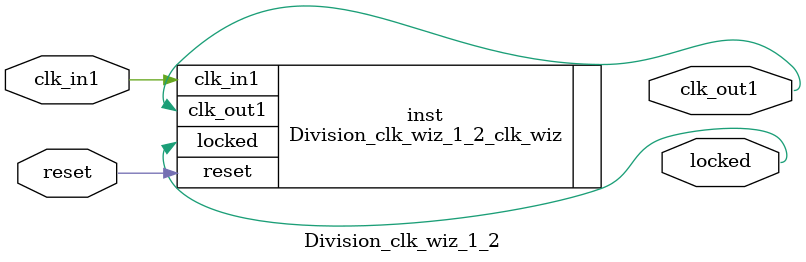
<source format=v>


`timescale 1ps/1ps

(* CORE_GENERATION_INFO = "Division_clk_wiz_1_2,clk_wiz_v6_0_3_0_0,{component_name=Division_clk_wiz_1_2,use_phase_alignment=true,use_min_o_jitter=false,use_max_i_jitter=false,use_dyn_phase_shift=false,use_inclk_switchover=false,use_dyn_reconfig=false,enable_axi=0,feedback_source=FDBK_AUTO,PRIMITIVE=MMCM,num_out_clk=1,clkin1_period=10.000,clkin2_period=10.000,use_power_down=false,use_reset=true,use_locked=true,use_inclk_stopped=false,feedback_type=SINGLE,CLOCK_MGR_TYPE=NA,manual_override=false}" *)

module Division_clk_wiz_1_2 
 (
  // Clock out ports
  output        clk_out1,
  // Status and control signals
  input         reset,
  output        locked,
 // Clock in ports
  input         clk_in1
 );

  Division_clk_wiz_1_2_clk_wiz inst
  (
  // Clock out ports  
  .clk_out1(clk_out1),
  // Status and control signals               
  .reset(reset), 
  .locked(locked),
 // Clock in ports
  .clk_in1(clk_in1)
  );

endmodule

</source>
